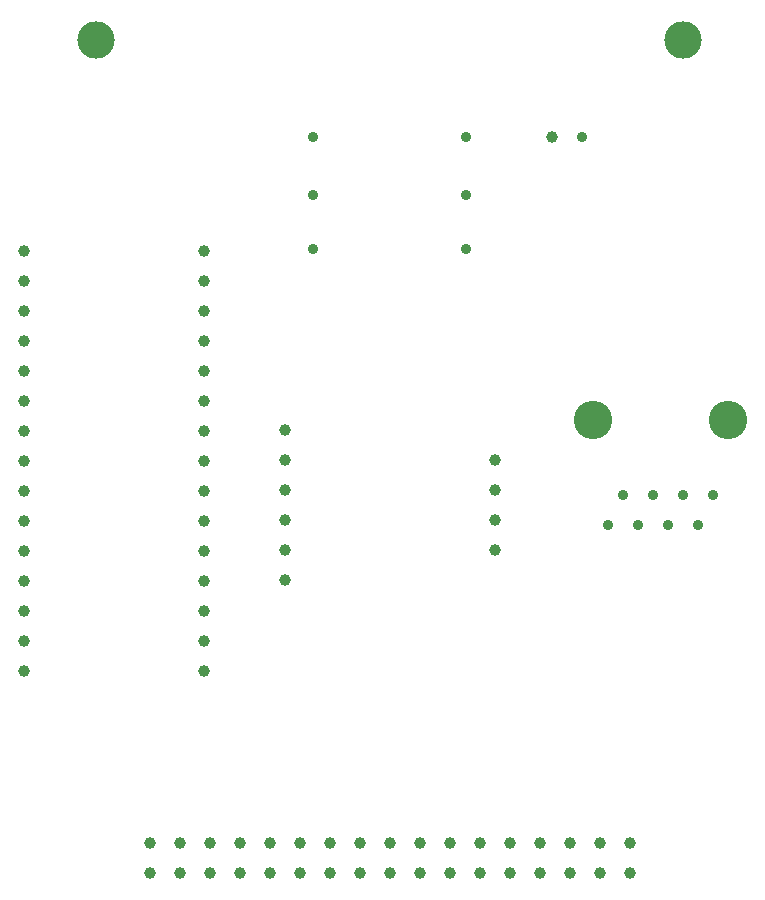
<source format=gbr>
G04 Generated by Ultiboard 14.1 *
%FSLAX24Y24*%
%MOIN*%

%ADD10C,0.0001*%
%ADD11C,0.1250*%
%ADD12C,0.0394*%
%ADD13C,0.0392*%
%ADD14C,0.0350*%
%ADD15C,0.1280*%
%ADD16C,0.0354*%


G04 ColorRGB 000000 for the following layer *
%LNDrill-Copper Top-Copper Bottom*%
%LPD*%
G54D11*
X4380Y29150D03*
X23920Y29150D03*
G54D12*
X22150Y2380D03*
X21150Y2380D03*
X20150Y2380D03*
X19150Y2380D03*
X18150Y2380D03*
X17150Y2380D03*
X16150Y2380D03*
X15150Y2380D03*
X14150Y2380D03*
X13150Y2380D03*
X12150Y2380D03*
X11150Y2380D03*
X10150Y2380D03*
X9150Y2380D03*
X8150Y2380D03*
X7150Y2380D03*
X6150Y2380D03*
X22150Y1380D03*
X21150Y1380D03*
X20150Y1380D03*
X19150Y1380D03*
X18150Y1380D03*
X17150Y1380D03*
X16150Y1380D03*
X15150Y1380D03*
X14150Y1380D03*
X13150Y1380D03*
X12150Y1380D03*
X11150Y1380D03*
X10150Y1380D03*
X9150Y1380D03*
X8150Y1380D03*
X7150Y1380D03*
X6150Y1380D03*
X10650Y16130D03*
X10650Y15130D03*
X17650Y15130D03*
X10650Y14130D03*
X17650Y14130D03*
X10650Y13130D03*
X17650Y13130D03*
X10650Y12130D03*
X17650Y12130D03*
X10650Y11130D03*
X1970Y14100D03*
X7970Y19100D03*
X1970Y22100D03*
X1970Y21100D03*
X7970Y21100D03*
X1970Y19100D03*
X7970Y16100D03*
X7970Y15100D03*
X7970Y22100D03*
X1970Y20100D03*
X7970Y20100D03*
X1970Y18100D03*
X7970Y18100D03*
X1970Y17100D03*
X7970Y17100D03*
X1970Y16100D03*
X1970Y15100D03*
X7970Y14100D03*
X1970Y13100D03*
X7970Y13100D03*
X1970Y12100D03*
X7970Y12100D03*
X1970Y11100D03*
X7970Y11100D03*
X1970Y10100D03*
X7970Y10100D03*
X1970Y9100D03*
X7970Y9100D03*
X1970Y8100D03*
X7970Y8100D03*
G54D13*
X19550Y25894D03*
G54D14*
X20550Y25894D03*
X21440Y12960D03*
X22440Y12960D03*
X23440Y12960D03*
X24440Y12960D03*
X21940Y13960D03*
X22940Y13960D03*
X23940Y13960D03*
X24940Y13960D03*
G54D15*
X25440Y16460D03*
X20940Y16460D03*
G54D16*
X16709Y22170D03*
X11591Y22170D03*
X16709Y23960D03*
X11591Y23960D03*
X11591Y25900D03*
X16709Y25900D03*

M02*

</source>
